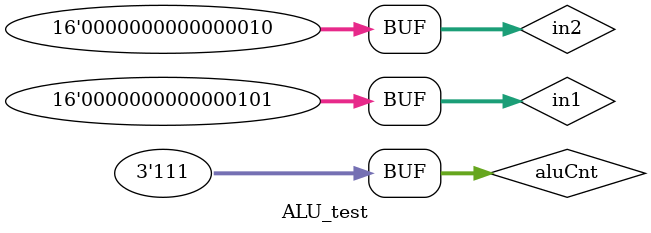
<source format=v>
`timescale 1ns / 1ps


module ALU_test;

	// Inputs
	reg [15:0] in1;
	reg [15:0] in2;
	reg [2:0] aluCnt;

	// Outputs
	wire zero;
	wire [15:0] aluResult;

	// Instantiate the Unit Under Test (UUT)
	ALU uut (
		.in1(in1), 
		.in2(in2), 
		.aluCnt(aluCnt), 
		.zero(zero), 
		.aluResult(aluResult)
	);

	initial begin
		// Initialize Inputs
		in1 = 1;
		in2 = 0;
		aluCnt = 0;

		// Wait 100 ns for global reset to finish
		#10;
      if (aluResult == 1) $display("ADD succeeded");
		if (aluResult != 1) $display("ADD Failed");
		// Add stimulus here
		in1 = 5;
		in2 = 2;
		aluCnt = 1;
		#10;
		if (aluResult != 3) $display("SUB Failed");
		#10;
		aluCnt = aluCnt + 1;
		#10;
		if (aluResult != ~in1) $display("NOT Failed");
		#10;
		aluCnt = aluCnt + 1;
		#10;
		if (aluResult != (in1 << in2)) $display("SL Failed");
		#10;
		aluCnt = aluCnt + 1;
		#10;
		if (aluResult != (in1 >> in2)) $display("SR Failed");
		#10;
		aluCnt = aluCnt + 1;
		#10;
		if (aluResult != (in1 & in2)) $display("AND Failed");
		#10;
		aluCnt = aluCnt + 1;
		#10;
		if (aluResult != (in1 | in2)) $display("OR Failed");
		#10;
		aluCnt = aluCnt + 1;
		#10;
		if (aluResult != 0) $display("SLT Failed");
		
	end
      
endmodule


</source>
